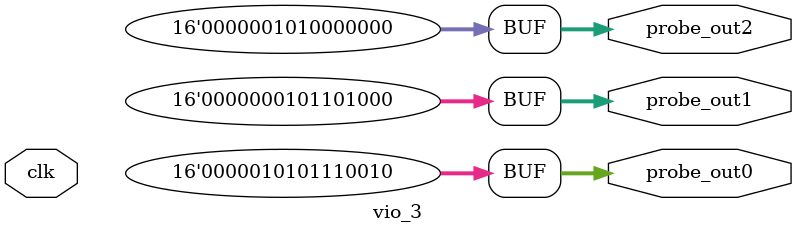
<source format=v>
`timescale 1ns / 1ps
module vio_3 (
clk,

probe_out0,
probe_out1,
probe_out2
);

input clk;

output reg [15 : 0] probe_out0 = 'h0572 ;
output reg [15 : 0] probe_out1 = 'h0168 ;
output reg [15 : 0] probe_out2 = 'h0280 ;


endmodule

</source>
